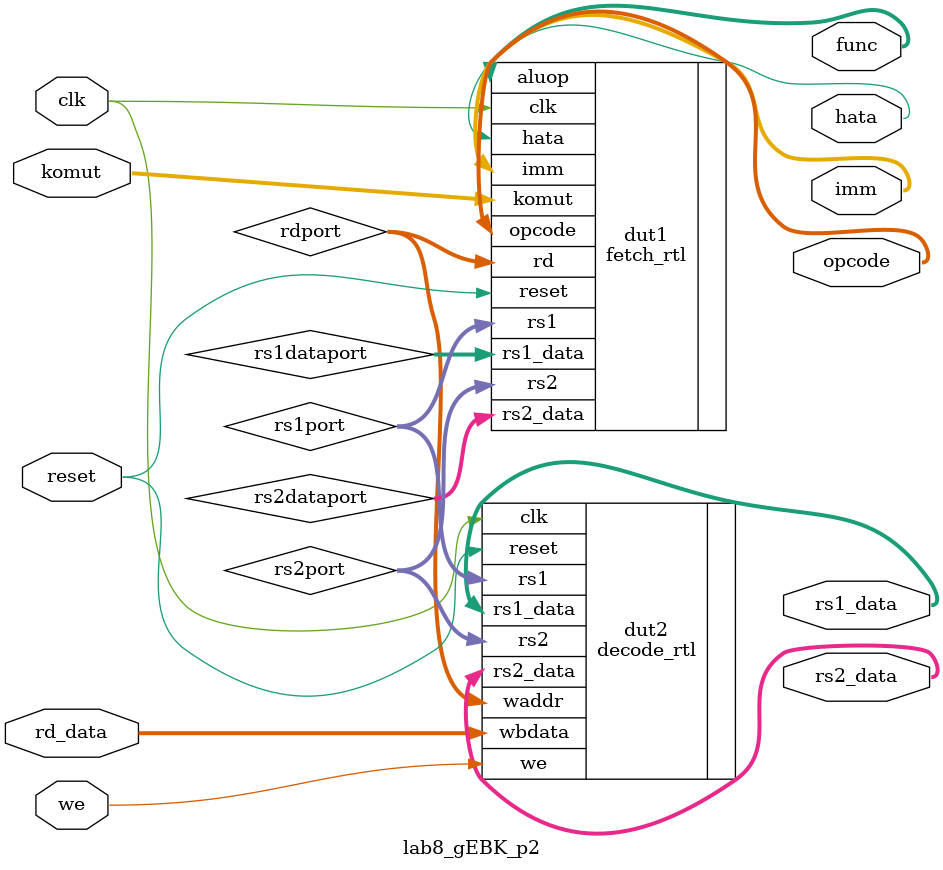
<source format=sv>
/* decode_rtl.sv
* Authors:
* Adem Yıldız
* Emre Boran Karabey
* Instruction Decode Ünitesi
*/

module lab8_gEBK_p2 (
    input logic clk, reset,
    input logic [31:0] komut,
    output logic [6:0] opcode,
    output logic [3:0] func,
    output logic [31:0] rs1_data,
    output logic [31:0] rs2_data,
    output logic [31:0] imm,
    output logic hata,
    input logic we,
    input logic [31:0] rd_data
);

logic [4:0] rdport;
logic [4:0] rs1port;
logic [4:0] rs2port;
logic [31:0] rs1dataport;
logic [31:0] rs2dataport;

fetch_rtl dut1(.clk(clk), .reset(reset), .komut(komut), .opcode(opcode), .aluop(func), .rs1_data(rs1dataport), .rs2_data(rs2dataport), .imm(imm), .hata(hata), .rd(rdport), .rs1(rs1port), .rs2(rs2port));
decode_rtl dut2(.clk(clk), .reset(reset), .we(we), .waddr(rdport), .wbdata(rd_data), .rs1(rs1port), .rs2(rs2port), .rs1_data(rs1_data), .rs2_data(rs2_data));

endmodule
</source>
